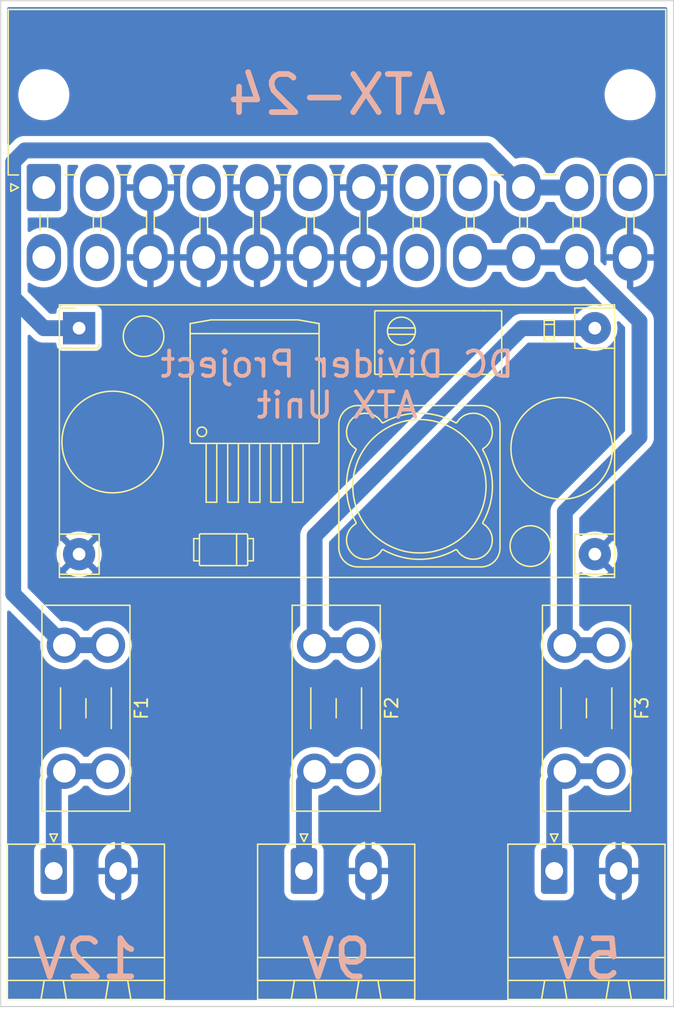
<source format=kicad_pcb>
(kicad_pcb (version 20211014) (generator pcbnew)
  (layers (0 "F.Cu" signal) (31 "B.Cu" signal) (34 "B.Paste" user) (35 "F.Paste" user) (36 "B.SilkS" user "B.Silkscreen") (37 "F.SilkS" user "F.Silkscreen") (38 "B.Mask" user) (39 "F.Mask" user) (44 "Edge.Cuts" user))
  (net 0 "")
  (net 2 "GND")
  (net 3 "+5V")
  (net 6 "+12V")
  (net 9 "+9V")
  (net 10 "Net-(J2-Pad1)")
  (net 11 "Net-(J3-Pad1)")
  (net 12 "Net-(J4-Pad1)")
  (footprint "Fuse:Fuseholder_Blade_Mini_Keystone_3568" (layer "F.Cu") (at 114.187 135.044875 -90)
    (fp_text reference "F1" (at 4.96 -2.67 90) (layer "F.SilkS"))
    (fp_text value "Fuse")
    (fp_line (start 13.06 -1.77) (end -3.14 -1.77) (layer "F.SilkS") (width 0.12))
    (fp_line (start -3.14 -1.77) (end -3.14 5.17) (layer "F.SilkS") (width 0.12))
    (fp_line (start 3.36 -0.3) (end 6.56 -0.3) (layer "F.SilkS") (width 0.12))
    (fp_line (start -3.14 5.17) (end 13.06 5.17) (layer "F.SilkS") (width 0.12))
    (fp_line (start 4.21 1.7) (end 5.71 1.7) (layer "F.SilkS") (width 0.12))
    (fp_line (start 13.06 5.17) (end 13.06 -1.77) (layer "F.SilkS") (width 0.12))
    (fp_line (start 6.56 3.7) (end 3.36 3.7) (layer "F.SilkS") (width 0.12))
    (pad "1" thru_hole circle (at 0 3.4 270) (size 2.78 2.78) (drill 1.78) (layers *.Cu *.Mask) (net 6 "+12V"))
    (pad "1" thru_hole circle (at 0 0 270) (size 2.78 2.78) (drill 1.78) (layers *.Cu *.Mask) (net 6 "+12V"))
    (pad "2" thru_hole circle (at 9.92 0 270) (size 2.78 2.78) (drill 1.78) (layers *.Cu *.Mask) (net 10 "Net-(J2-Pad1)"))
    (pad "2" thru_hole circle (at 9.92 3.4 270) (size 2.78 2.78) (drill 1.78) (layers *.Cu *.Mask) (net 10 "Net-(J2-Pad1)"))
  )
  (footprint "Connector_Phoenix_MSTB:PhoenixContact_MSTBA_2,5_2-G-5,08_1x02_P5.08mm_Horizontal" (layer "F.Cu") (at 149.387 152.8135)
    (fp_text reference "J4" hide)
    (fp_text value "Conn_01x02")
    (fp_line (start -0.75 8.61) (end -1 10.11) (layer "F.SilkS") (width 0.12))
    (fp_line (start 1 10.11) (end 0.75 8.61) (layer "F.SilkS") (width 0.12))
    (fp_line (start 0 -2.31) (end -0.3 -2.91) (layer "F.SilkS") (width 0.12))
    (fp_line (start -3.65 6.81) (end 8.73 6.81) (layer "F.SilkS") (width 0.12))
    (fp_line (start 8.73 10.11) (end 8.73 -2.11) (layer "F.SilkS") (width 0.12))
    (fp_line (start 8.73 6.81) (end 8.73 8.61) (layer "F.SilkS") (width 0.12))
    (fp_line (start -0.3 -2.91) (end 0.3 -2.91) (layer "F.SilkS") (width 0.12))
    (fp_line (start 4.33 8.61) (end 4.08 10.11) (layer "F.SilkS") (width 0.12))
    (fp_line (start -1 10.11) (end 1 10.11) (layer "F.SilkS") (width 0.12))
    (fp_line (start 6.08 10.11) (end 5.83 8.61) (layer "F.SilkS") (width 0.12))
    (fp_line (start 8.73 8.61) (end -3.65 8.61) (layer "F.SilkS") (width 0.12))
    (fp_line (start -3.65 8.61) (end -3.65 6.81) (layer "F.SilkS") (width 0.12))
    (fp_line (start 0.3 -2.91) (end 0 -2.31) (layer "F.SilkS") (width 0.12))
    (fp_line (start 0.75 8.61) (end -0.75 8.61) (layer "F.SilkS") (width 0.12))
    (fp_line (start 5.83 8.61) (end 4.33 8.61) (layer "F.SilkS") (width 0.12))
    (fp_line (start -3.65 -2.11) (end -3.65 10.11) (layer "F.SilkS") (width 0.12))
    (fp_line (start -3.65 10.11) (end 8.73 10.11) (layer "F.SilkS") (width 0.12))
    (fp_line (start 4.08 10.11) (end 6.08 10.11) (layer "F.SilkS") (width 0.12))
    (fp_line (start 8.73 -2.11) (end -3.65 -2.11) (layer "F.SilkS") (width 0.12))
    (pad "1" thru_hole roundrect (at 0 0) (size 2.08 3.6) (drill 1.4) (layers *.Cu *.Mask) (roundrect_rratio 0.1201918269) (net 12 "Net-(J4-Pad1)"))
    (pad "2" thru_hole oval (at 5.08 0) (size 2.08 3.6) (drill 1.4) (layers *.Cu *.Mask) (net 2 "GND"))
  )
  (footprint "Connector_Phoenix_MSTB:PhoenixContact_MSTBA_2,5_2-G-5,08_1x02_P5.08mm_Horizontal" (layer "F.Cu") (at 129.667 152.8135)
    (fp_text reference "J3" hide)
    (fp_text value "Conn_01x02")
    (fp_line (start 8.73 10.11) (end 8.73 -2.11) (layer "F.SilkS") (width 0.12))
    (fp_line (start 8.73 6.81) (end 8.73 8.61) (layer "F.SilkS") (width 0.12))
    (fp_line (start 1 10.11) (end 0.75 8.61) (layer "F.SilkS") (width 0.12))
    (fp_line (start 5.83 8.61) (end 4.33 8.61) (layer "F.SilkS") (width 0.12))
    (fp_line (start 0.75 8.61) (end -0.75 8.61) (layer "F.SilkS") (width 0.12))
    (fp_line (start 4.33 8.61) (end 4.08 10.11) (layer "F.SilkS") (width 0.12))
    (fp_line (start 6.08 10.11) (end 5.83 8.61) (layer "F.SilkS") (width 0.12))
    (fp_line (start 4.08 10.11) (end 6.08 10.11) (layer "F.SilkS") (width 0.12))
    (fp_line (start -3.65 8.61) (end -3.65 6.81) (layer "F.SilkS") (width 0.12))
    (fp_line (start -3.65 6.81) (end 8.73 6.81) (layer "F.SilkS") (width 0.12))
    (fp_line (start 0.3 -2.91) (end 0 -2.31) (layer "F.SilkS") (width 0.12))
    (fp_line (start -1 10.11) (end 1 10.11) (layer "F.SilkS") (width 0.12))
    (fp_line (start -3.65 -2.11) (end -3.65 10.11) (layer "F.SilkS") (width 0.12))
    (fp_line (start 8.73 8.61) (end -3.65 8.61) (layer "F.SilkS") (width 0.12))
    (fp_line (start -3.65 10.11) (end 8.73 10.11) (layer "F.SilkS") (width 0.12))
    (fp_line (start -0.75 8.61) (end -1 10.11) (layer "F.SilkS") (width 0.12))
    (fp_line (start 0 -2.31) (end -0.3 -2.91) (layer "F.SilkS") (width 0.12))
    (fp_line (start 8.73 -2.11) (end -3.65 -2.11) (layer "F.SilkS") (width 0.12))
    (fp_line (start -0.3 -2.91) (end 0.3 -2.91) (layer "F.SilkS") (width 0.12))
    (pad "1" thru_hole roundrect (at 0 0) (size 2.08 3.6) (drill 1.4) (layers *.Cu *.Mask) (roundrect_rratio 0.1201918269) (net 11 "Net-(J3-Pad1)"))
    (pad "2" thru_hole oval (at 5.08 0) (size 2.08 3.6) (drill 1.4) (layers *.Cu *.Mask) (net 2 "GND"))
  )
  (footprint "Connector_Molex:Molex_Mini-Fit_Jr_5569-24A2_2x12_P4.20mm_Horizontal" (layer "F.Cu") (at 109.1692 99.0346)
    (fp_text reference "J1" hide)
    (fp_text value "ATX-24")
    (fp_line (start -2.6 -0.3) (end -2 0) (layer "F.SilkS") (width 0.12))
    (fp_line (start 8.7 2.11) (end 8.7 3.39) (layer "F.SilkS") (width 0.12))
    (fp_line (start 0.3 2.11) (end 0.3 3.39) (layer "F.SilkS") (width 0.12))
    (fp_line (start 42.3 2.11) (end 42.3 3.39) (layer "F.SilkS") (width 0.12))
    (fp_line (start 39.41 -1) (end 40.39 -1) (layer "F.SilkS") (width 0.12))
    (fp_line (start 21.3 2.11) (end 21.3 3.39) (layer "F.SilkS") (width 0.12))
    (fp_line (start 22.61 -1) (end 23.59 -1) (layer "F.SilkS") (width 0.12))
    (fp_line (start 43.61 -1) (end 44.59 -1) (layer "F.SilkS") (width 0.12))
    (fp_line (start 49.01 -0.99) (end 49.01 -14.01) (layer "F.SilkS") (width 0.12))
    (fp_line (start 48.2 -0.99) (end 49.01 -0.99) (layer "F.SilkS") (width 0.12))
    (fp_line (start -0.3 2.11) (end -0.3 3.39) (layer "F.SilkS") (width 0.12))
    (fp_line (start 20.7 2.11) (end 20.7 3.39) (layer "F.SilkS") (width 0.12))
    (fp_line (start 38.1 2.11) (end 38.1 3.39) (layer "F.SilkS") (width 0.12))
    (fp_line (start 8.1 2.11) (end 8.1 3.39) (layer "F.SilkS") (width 0.12))
    (fp_line (start 1.61 -1) (end 2.59 -1) (layer "F.SilkS") (width 0.12))
    (fp_line (start 12.3 2.11) (end 12.3 3.39) (layer "F.SilkS") (width 0.12))
    (fp_line (start 33.3 2.11) (end 33.3 3.39) (layer "F.SilkS") (width 0.12))
    (fp_line (start 35.21 -1) (end 36.19 -1) (layer "F.SilkS") (width 0.12))
    (fp_line (start 14.21 -1) (end 15.19 -1) (layer "F.SilkS") (width 0.12))
    (fp_line (start 3.9 2.11) (end 3.9 3.39) (layer "F.SilkS") (width 0.12))
    (fp_line (start 18.41 -1) (end 19.39 -1) (layer "F.SilkS") (width 0.12))
    (fp_line (start 33.9 2.11) (end 33.9 3.39) (layer "F.SilkS") (width 0.12))
    (fp_line (start -2.81 -0.99) (end -2.81 -14.01) (layer "F.SilkS") (width 0.12))
    (fp_line (start 41.7 2.11) (end 41.7 3.39) (layer "F.SilkS") (width 0.12))
    (fp_line (start 29.1 2.11) (end 29.1 3.39) (layer "F.SilkS") (width 0.12))
    (fp_line (start -2.81 -14.01) (end 23.1 -14.01) (layer "F.SilkS") (width 0.12))
    (fp_line (start 25.5 2.11) (end 25.5 3.39) (layer "F.SilkS") (width 0.12))
    (fp_line (start -2 0) (end -2.6 0.3) (layer "F.SilkS") (width 0.12))
    (fp_line (start 17.1 2.11) (end 17.1 3.39) (layer "F.SilkS") (width 0.12))
    (fp_line (start 45.9 2.11) (end 45.9 3.39) (layer "F.SilkS") (width 0.12))
    (fp_line (start 26.81 -1) (end 27.79 -1) (layer "F.SilkS") (width 0.12))
    (fp_line (start -2.6 0.3) (end -2.6 -0.3) (layer "F.SilkS") (width 0.12))
    (fp_line (start 16.5 2.11) (end 16.5 3.39) (layer "F.SilkS") (width 0.12))
    (fp_line (start 10.01 -1) (end 10.99 -1) (layer "F.SilkS") (width 0.12))
    (fp_line (start 46.5 2.11) (end 46.5 3.39) (layer "F.SilkS") (width 0.12))
    (fp_line (start 29.7 2.11) (end 29.7 3.39) (layer "F.SilkS") (width 0.12))
    (fp_line (start 31.01 -1) (end 31.99 -1) (layer "F.SilkS") (width 0.12))
    (fp_line (start 5.81 -1) (end 6.79 -1) (layer "F.SilkS") (width 0.12))
    (fp_line (start 12.9 2.11) (end 12.9 3.39) (layer "F.SilkS") (width 0.12))
    (fp_line (start 4.5 2.11) (end 4.5 3.39) (layer "F.SilkS") (width 0.12))
    (fp_line (start 24.9 2.11) (end 24.9 3.39) (layer "F.SilkS") (width 0.12))
    (fp_line (start 49.01 -14.01) (end 23.1 -14.01) (layer "F.SilkS") (width 0.12))
    (fp_line (start -2 -0.99) (end -2.81 -0.99) (layer "F.SilkS") (width 0.12))
    (fp_line (start 37.5 2.11) (end 37.5 3.39) (layer "F.SilkS") (width 0.12))
    (pad "" np_thru_hole circle (at 0 -7.3) (size 3 3) (drill 3) (layers *.Cu *.Mask))
    (pad "" np_thru_hole circle (at 46.2 -7.3) (size 3 3) (drill 3) (layers *.Cu *.Mask))
    (pad "1" thru_hole roundrect (at 0 0) (size 2.7 3.7) (drill 1.8) (layers *.Cu *.Mask) (roundrect_rratio 0.09259296296))
    (pad "2" thru_hole oval (at 4.2 0) (size 2.7 3.7) (drill 1.8) (layers *.Cu *.Mask))
    (pad "3" thru_hole oval (at 8.4 0) (size 2.7 3.7) (drill 1.8) (layers *.Cu *.Mask) (net 2 "GND"))
    (pad "4" thru_hole oval (at 12.6 0) (size 2.7 3.7) (drill 1.8) (layers *.Cu *.Mask) (net 3 "+5V"))
    (pad "5" thru_hole oval (at 16.8 0) (size 2.7 3.7) (drill 1.8) (layers *.Cu *.Mask) (net 2 "GND"))
    (pad "6" thru_hole oval (at 21 0) (size 2.7 3.7) (drill 1.8) (layers *.Cu *.Mask) (net 3 "+5V"))
    (pad "7" thru_hole oval (at 25.2 0) (size 2.7 3.7) (drill 1.8) (layers *.Cu *.Mask) (net 2 "GND"))
    (pad "8" thru_hole oval (at 29.4 0) (size 2.7 3.7) (drill 1.8) (layers *.Cu *.Mask))
    (pad "9" thru_hole oval (at 33.6 0) (size 2.7 3.7) (drill 1.8) (layers *.Cu *.Mask))
    (pad "10" thru_hole oval (at 37.8 0) (size 2.7 3.7) (drill 1.8) (layers *.Cu *.Mask) (net 6 "+12V"))
    (pad "11" thru_hole oval (at 42 0) (size 2.7 3.7) (drill 1.8) (layers *.Cu *.Mask) (net 6 "+12V"))
    (pad "12" thru_hole oval (at 46.2 0) (size 2.7 3.7) (drill 1.8) (layers *.Cu *.Mask))
    (pad "13" thru_hole oval (at 0 5.5) (size 2.7 3.7) (drill 1.8) (layers *.Cu *.Mask))
    (pad "14" thru_hole oval (at 4.2 5.5) (size 2.7 3.7) (drill 1.8) (layers *.Cu *.Mask))
    (pad "15" thru_hole oval (at 8.4 5.5) (size 2.7 3.7) (drill 1.8) (layers *.Cu *.Mask) (net 2 "GND"))
    (pad "16" thru_hole oval (at 12.6 5.5) (size 2.7 3.7) (drill 1.8) (layers *.Cu *.Mask) (net 2 "GND"))
    (pad "17" thru_hole oval (at 16.8 5.5) (size 2.7 3.7) (drill 1.8) (layers *.Cu *.Mask) (net 2 "GND"))
    (pad "18" thru_hole oval (at 21 5.5) (size 2.7 3.7) (drill 1.8) (layers *.Cu *.Mask) (net 2 "GND"))
    (pad "19" thru_hole oval (at 25.2 5.5) (size 2.7 3.7) (drill 1.8) (layers *.Cu *.Mask) (net 2 "GND"))
    (pad "20" thru_hole oval (at 29.4 5.5) (size 2.7 3.7) (drill 1.8) (layers *.Cu *.Mask))
    (pad "21" thru_hole oval (at 33.6 5.5) (size 2.7 3.7) (drill 1.8) (layers *.Cu *.Mask) (net 3 "+5V"))
    (pad "22" thru_hole oval (at 37.8 5.5) (size 2.7 3.7) (drill 1.8) (layers *.Cu *.Mask) (net 3 "+5V"))
    (pad "23" thru_hole oval (at 42 5.5) (size 2.7 3.7) (drill 1.8) (layers *.Cu *.Mask) (net 3 "+5V"))
    (pad "24" thru_hole oval (at 46.2 5.5) (size 2.7 3.7) (drill 1.8) (layers *.Cu *.Mask) (net 2 "GND"))
  )
  (footprint "Fuse:Fuseholder_Blade_Mini_Keystone_3568" (layer "F.Cu") (at 133.907 135.044875 -90)
    (fp_text reference "F2" (at 4.96 -2.67 90) (layer "F.SilkS"))
    (fp_text value "Fuse")
    (fp_line (start -3.14 5.17) (end 13.06 5.17) (layer "F.SilkS") (width 0.12))
    (fp_line (start 4.21 1.7) (end 5.71 1.7) (layer "F.SilkS") (width 0.12))
    (fp_line (start 13.06 5.17) (end 13.06 -1.77) (layer "F.SilkS") (width 0.12))
    (fp_line (start 6.56 3.7) (end 3.36 3.7) (layer "F.SilkS") (width 0.12))
    (fp_line (start 3.36 -0.3) (end 6.56 -0.3) (layer "F.SilkS") (width 0.12))
    (fp_line (start -3.14 -1.77) (end -3.14 5.17) (layer "F.SilkS") (width 0.12))
    (fp_line (start 13.06 -1.77) (end -3.14 -1.77) (layer "F.SilkS") (width 0.12))
    (pad "1" thru_hole circle (at 0 3.4 270) (size 2.78 2.78) (drill 1.78) (layers *.Cu *.Mask) (net 9 "+9V"))
    (pad "1" thru_hole circle (at 0 0 270) (size 2.78 2.78) (drill 1.78) (layers *.Cu *.Mask) (net 9 "+9V"))
    (pad "2" thru_hole circle (at 9.92 3.4 270) (size 2.78 2.78) (drill 1.78) (layers *.Cu *.Mask) (net 11 "Net-(J3-Pad1)"))
    (pad "2" thru_hole circle (at 9.92 0 270) (size 2.78 2.78) (drill 1.78) (layers *.Cu *.Mask) (net 11 "Net-(J3-Pad1)"))
  )
  (footprint "LM2596 module:YAAJ_DCDC_StepDown_LM2596" (layer "F.Cu") (at 111.9492 110.10125)
    (fp_text reference "U1" hide)
    (fp_text value "YAAJ_DCDC_StepDown_LM2596")
    (fp_line (start 20.467397 7.585796) (end 20.467397 17.285796) (layer "F.SilkS") (width 0.12))
    (fp_line (start 13.731636 16.558217) (end 13.731636 18.308217) (layer "F.SilkS") (width 0.12))
    (fp_line (start 9.481636 18.308217) (end 9.031636 18.308217) (layer "F.SilkS") (width 0.12))
    (fp_line (start 11.710233 13.69667) (end 11.710233 9.06667) (layer "F.SilkS") (width 0.12))
    (fp_line (start 1.58 1.27) (end 1.58 1.58) (layer "F.SilkS") (width 0.12))
    (fp_line (start 18.83267 9.06667) (end 18.910233 8.989106) (layer "F.SilkS") (width 0.12))
    (fp_line (start 21.967397 18.785796) (end 31.667397 18.785796) (layer "F.SilkS") (width 0.12))
    (fp_line (start 24.360553 0.482294) (end 26.439014 0.482294) (layer "F.SilkS") (width 0.12))
    (fp_line (start 14.250233 13.69667) (end 14.250233 9.06667) (layer "F.SilkS") (width 0.12))
    (fp_line (start 15.110233 13.69667) (end 15.110233 9.06667) (layer "F.SilkS") (width 0.12))
    (fp_line (start 24.348594 0.007294) (end 24.355764 -0.023925) (layer "F.SilkS") (width 0.12))
    (fp_line (start 11.710233 13.69667) (end 12.550233 13.69667) (layer "F.SilkS") (width 0.12))
    (fp_line (start 42.195 -1.835) (end -1.555 -1.835) (layer "F.SilkS") (width 0.12))
    (fp_line (start 8.749233 1.004149) (end 8.749233 1.165687) (layer "F.SilkS") (width 0.12))
    (fp_line (start 36.648681 0.980295) (end 36.648681 -0.619704) (layer "F.SilkS") (width 0.12))
    (fp_line (start 39.06 1.58) (end 42.22 1.58) (layer "F.SilkS") (width 0.12))
    (fp_line (start 8.750233 8.989106) (end 8.827797 9.06667) (layer "F.SilkS") (width 0.12))
    (fp_line (start 18.910233 0.42667) (end 8.750233 0.42667) (layer "F.SilkS") (width 0.12))
    (fp_line (start -1.55 19.36) (end 1.58 19.36) (layer "F.SilkS") (width 0.12))
    (fp_line (start 31.858978 -1.368705) (end 31.814106 -1.368705) (layer "F.SilkS") (width 0.12))
    (fp_line (start 24.348594 0.007294) (end 24.324147 0.002062) (layer "F.SilkS") (width 0.12))
    (fp_line (start 16.810233 13.69667) (end 17.650233 13.69667) (layer "F.SilkS") (width 0.12))
    (fp_line (start 37.448681 0.660295) (end 36.648681 0.660295) (layer "F.SilkS") (width 0.12))
    (fp_line (start 24.336385 -0.0491) (end 24.360553 -0.017705) (layer "F.SilkS") (width 0.12))
    (fp_line (start 9.031636 18.308217) (end 9.031636 16.558217) (layer "F.SilkS") (width 0.12))
    (fp_line (start 12.550233 13.69667) (end 12.550233 9.06667) (layer "F.SilkS") (width 0.12))
    (fp_line (start 31.942312 -1.368705) (end 31.908357 -1.368705) (layer "F.SilkS") (width 0.12))
    (fp_line (start 1.58 16.2) (end 1.58 19.36) (layer "F.SilkS") (width 0.12))
    (fp_line (start 18.910233 8.989106) (end 18.910233 -0.36239) (layer "F.SilkS") (width 0.12))
    (fp_line (start 42.195 19.615) (end 42.195 -1.835) (layer "F.SilkS") (width 0.12))
    (fp_line (start 17.260233 -0.653329) (end 18.910233 -0.36239) (layer "F.SilkS") (width 0.12))
    (fp_line (start -1.555 -1.835) (end -1.555 19.615) (layer "F.SilkS") (width 0.12))
    (fp_line (start 9.031636 16.558217) (end 9.481636 16.558217) (layer "F.SilkS") (width 0.12))
    (fp_line (start 37.448681 -0.619704) (end 36.648681 -0.619704) (layer "F.SilkS") (width 0.12))
    (fp_line (start 39.06 16.2) (end 42.175 16.2) (layer "F.SilkS") (width 0.12))
    (fp_line (start 33.249783 3.632294) (end 23.349783 3.632294) (layer "F.SilkS") (width 0.12))
    (fp_line (start 9.581636 16.183217) (end 13.181636 16.183217) (layer "F.SilkS") (width 0.12))
    (fp_line (start 39.06 -1.58) (end 42.175 -1.58) (layer "F.SilkS") (width 0.12))
    (fp_line (start -1.55 1.575) (end 1.58 1.58) (layer "F.SilkS") (width 0.12))
    (fp_line (start 15.950233 13.69667) (end 15.950233 9.06667) (layer "F.SilkS") (width 0.12))
    (fp_line (start 13.181636 18.683217) (end 9.581636 18.683217) (layer "F.SilkS") (width 0.12))
    (fp_line (start 15.110233 13.69667) (end 15.950233 13.69667) (layer "F.SilkS") (width 0.12))
    (fp_line (start 33.299783 -1.317705) (end 33.299783 3.582294) (layer "F.SilkS") (width 0.12))
    (fp_line (start 8.750233 8.989106) (end 8.750233 -0.36239) (layer "F.SilkS") (width 0.12))
    (fp_line (start 33.167397 17.285796) (end 33.167397 7.585796) (layer "F.SilkS") (width 0.12))
    (fp_line (start 39.06 1.58) (end 39.06 -1.58) (layer "F.SilkS") (width 0.12))
    (fp_line (start 37.448681 -0.619704) (end 37.448681 0.980295) (layer "F.SilkS") (width 0.12))
    (fp_line (start 13.281636 16.283217) (end 13.281636 18.583217) (layer "F.SilkS") (width 0.12))
    (fp_line (start 39.06 19.36) (end 39.06 16.2) (layer "F.SilkS") (width 0.12))
    (fp_line (start 10.850233 13.69667) (end 10.850233 9.06667) (layer "F.SilkS") (width 0.12))
    (fp_line (start -1.55 -1.58) (end -0.25 -1.58) (layer "F.SilkS") (width 0.12))
    (fp_line (start -1.555 19.615) (end 42.195 19.615) (layer "F.SilkS") (width 0.12))
    (fp_line (start 37.448681 0.980295) (end 36.648681 0.980295) (layer "F.SilkS") (width 0.12))
    (fp_line (start 13.281636 16.558217) (end 13.731636 16.558217) (layer "F.SilkS") (width 0.12))
    (fp_line (start 8.750233 -0.36239) (end 10.400233 -0.653329) (layer "F.SilkS") (width 0.12))
    (fp_line (start 10.400233 -0.653329) (end 17.260233 -0.653329) (layer "F.SilkS") (width 0.12))
    (fp_line (start 23.349783 -1.367705) (end 33.249783 -1.367705) (layer "F.SilkS") (width 0.12))
    (fp_line (start 31.667397 6.085796) (end 21.967397 6.085796) (layer "F.SilkS") (width 0.12))
    (fp_line (start 12.411358 16.283217) (end 12.411358 18.583217) (layer "F.SilkS") (width 0.12))
    (fp_line (start 26.439014 -0.017705) (end 24.360553 -0.017705) (layer "F.SilkS") (width 0.12))
    (fp_line (start 13.282636 16.794696) (end 13.282636 16.700144) (layer "F.SilkS") (width 0.12))
    (fp_line (start 23.299783 3.582294) (end 23.299783 -1.317705) (layer "F.SilkS") (width 0.12))
    (fp_line (start 10.010233 13.69667) (end 10.010233 9.06667) (layer "F.SilkS") (width 0.12))
    (fp_line (start 36.648681 -0.299704) (end 37.448681 -0.299704) (layer "F.SilkS") (width 0.12))
    (fp_line (start 8.827797 9.06667) (end 18.83267 9.06667) (layer "F.SilkS") (width 0.12))
    (fp_line (start 24.348594 0.007294) (end 24.360553 -0.017705) (layer "F.SilkS") (width 0.12))
    (fp_line (start 13.410233 13.69667) (end 13.410233 9.06667) (layer "F.SilkS") (width 0.12))
    (fp_line (start -1.55 16.2) (end 1.58 16.2) (layer "F.SilkS") (width 0.12))
    (fp_line (start 10.010233 13.69667) (end 10.850233 13.69667) (layer "F.SilkS") (width 0.12))
    (fp_line (start 17.650233 13.69667) (end 17.650233 9.06667) (layer "F.SilkS") (width 0.12))
    (fp_line (start 16.810233 13.69667) (end 16.810233 9.06667) (layer "F.SilkS") (width 0.12))
    (fp_line (start 13.731636 18.308217) (end 13.281636 18.308217) (layer "F.SilkS") (width 0.12))
    (fp_line (start 9.481636 18.583217) (end 9.481636 16.283217) (layer "F.SilkS") (width 0.12))
    (fp_line (start 39.06 19.36) (end 42.175 19.36) (layer "F.SilkS") (width 0.12))
    (fp_line (start 13.410233 13.69667) (end 14.250233 13.69667) (layer "F.SilkS") (width 0.12))
    (fp_arc (start 9.481636 16.283217) (mid 9.510921 16.212508) (end 9.581636 16.183217) (layer "F.SilkS") (width 0.12))
    (fp_arc (start 31.667397 6.085796) (mid 32.728061 6.525135) (end 33.167397 7.585796) (layer "F.SilkS") (width 0.12))
    (fp_arc (start 33.299783 3.582294) (mid 33.285139 3.617647) (end 33.249783 3.632294) (layer "F.SilkS") (width 0.12))
    (fp_arc (start 9.581636 18.683217) (mid 9.510896 18.653941) (end 9.481636 18.583217) (layer "F.SilkS") (width 0.12))
    (fp_arc (start 23.981784 7.433617) (mid 26.817398 6.685796) (end 29.653011 7.433617) (layer "F.SilkS") (width 0.12))
    (fp_arc (start 31.853663 15.405583) (mid 31.809646 15.345344) (end 31.819576 15.27141) (layer "F.SilkS") (width 0.12))
    (fp_arc (start 29.653011 17.437976) (mid 29.726938 17.428069) (end 29.787183 17.472062) (layer "F.SilkS") (width 0.12))
    (fp_arc (start 31.819576 9.600183) (mid 32.567399 12.435797) (end 31.819576 15.27141) (layer "F.SilkS") (width 0.12))
    (fp_arc (start 23.981783 7.433617) (mid 23.907854 7.443509) (end 23.847611 7.399531) (layer "F.SilkS") (width 0.12))
    (fp_arc (start 31.853662 15.405582) (mid 32.120701 17.739101) (end 29.787183 17.472062) (layer "F.SilkS") (width 0.12))
    (fp_arc (start 21.815218 15.27141) (mid 21.067399 12.435797) (end 21.815218 9.600183) (layer "F.SilkS") (width 0.12))
    (fp_arc (start 23.349783 3.632294) (mid 23.314441 3.617643) (end 23.299783 3.582294) (layer "F.SilkS") (width 0.12))
    (fp_arc (start 29.787183 7.399531) (mid 29.726945 7.443551) (end 29.653011 7.433617) (layer "F.SilkS") (width 0.12))
    (fp_arc (start 21.815217 15.271409) (mid 21.825126 15.345337) (end 21.781132 15.405582) (layer "F.SilkS") (width 0.12))
    (fp_arc (start 23.847611 17.472062) (mid 23.907831 17.428018) (end 23.981783 17.437976) (layer "F.SilkS") (width 0.12))
    (fp_arc (start 23.847611 17.472062) (mid 21.514153 17.739048) (end 21.781132 15.405582) (layer "F.SilkS") (width 0.12))
    (fp_arc (start 33.167397 17.285796) (mid 32.728058 18.346458) (end 31.667397 18.785796) (layer "F.SilkS") (width 0.12))
    (fp_arc (start 31.819577 9.600184) (mid 31.809685 9.526255) (end 31.853662 9.466011) (layer "F.SilkS") (width 0.12))
    (fp_arc (start 13.181636 16.183217) (mid 13.252317 16.21252) (end 13.281636 16.283217) (layer "F.SilkS") (width 0.12))
    (fp_arc (start 33.249783 -1.367705) (mid 33.285151 -1.353067) (end 33.299783 -1.317705) (layer "F.SilkS") (width 0.12))
    (fp_arc (start 21.781132 9.466011) (mid 21.514101 7.132501) (end 23.847611 7.399531) (layer "F.SilkS") (width 0.12))
    (fp_arc (start 20.467397 7.585796) (mid 20.906738 6.525137) (end 21.967397 6.085796) (layer "F.SilkS") (width 0.12))
    (fp_arc (start 23.299783 -1.317705) (mid 23.314428 -1.353063) (end 23.349783 -1.367705) (layer "F.SilkS") (width 0.12))
    (fp_arc (start 29.787183 7.399531) (mid 32.120655 7.132547) (end 31.853662 9.466011) (layer "F.SilkS") (width 0.12))
    (fp_arc (start 21.967397 18.785796) (mid 20.90674 18.346455) (end 20.467397 17.285796) (layer "F.SilkS") (width 0.12))
    (fp_arc (start 29.653011 17.437976) (mid 26.817397 18.185797) (end 23.981783 17.437976) (layer "F.SilkS") (width 0.12))
    (fp_arc (start 21.781131 9.46601) (mid 21.825179 9.52623) (end 21.815218 9.600183) (layer "F.SilkS") (width 0.12))
    (fp_arc (start 13.281636 18.583217) (mid 13.252343 18.653929) (end 13.181636 18.683217) (layer "F.SilkS") (width 0.12))
    (fp_arc (start 24.324148 0.462527) (mid 26.469639 -0.023582) (end 24.336385 0.51369) (layer "F.SilkS") (width 0.12))
    (fp_circle (center 35.56 17.145) (end 37.159 17.145) (layer "F.SilkS") (width 0.12) (fill none))
    (fp_circle (center 5.08 0.635) (end 6.678999 0.635) (layer "F.SilkS") (width 0.12) (fill none))
    (fp_circle (center 38.029307 9.455206) (end 42.029307 9.455206) (layer "F.SilkS") (width 0.12) (fill none))
    (fp_circle (center 26.817397 12.435796) (end 32.067397 12.435796) (layer "F.SilkS") (width 0.12) (fill none))
    (fp_circle (center 9.673179 8.154594) (end 10.048179 8.154594) (layer "F.SilkS") (width 0.12) (fill none))
    (fp_circle (center 2.646666 8.957418) (end 6.646666 8.957418) (layer "F.SilkS") (width 0.12) (fill none))
    (pad "1" thru_hole rect locked (at 0 0) (size 2.54 2.54) (drill 1) (layers *.Cu *.Mask) (net 6 "+12V"))
    (pad "2" thru_hole circle locked (at 0 17.78) (size 2.54 2.54) (drill 1) (layers *.Cu *.Mask) (net 2 "GND"))
    (pad "3" thru_hole circle locked (at 40.64 17.78) (size 2.54 2.54) (drill 1) (layers *.Cu *.Mask) (net 2 "GND"))
    (pad "4" thru_hole circle locked (at 40.64 0) (size 2.54 2.54) (drill 1) (layers *.Cu *.Mask) (net 9 "+9V"))
  )
  (footprint "Connector_Phoenix_MSTB:PhoenixContact_MSTBA_2,5_2-G-5,08_1x02_P5.08mm_Horizontal" (layer "F.Cu") (at 109.947 152.8135)
    (fp_text reference "J2" hide)
    (fp_text value "Conn_01x02")
    (fp_line (start -3.65 8.61) (end -3.65 6.81) (layer "F.SilkS") (width 0.12))
    (fp_line (start 8.73 8.61) (end -3.65 8.61) (layer "F.SilkS") (width 0.12))
    (fp_line (start 8.73 10.11) (end 8.73 -2.11) (layer "F.SilkS") (width 0.12))
    (fp_line (start -1 10.11) (end 1 10.11) (layer "F.SilkS") (width 0.12))
    (fp_line (start 6.08 10.11) (end 5.83 8.61) (layer "F.SilkS") (width 0.12))
    (fp_line (start -3.65 -2.11) (end -3.65 10.11) (layer "F.SilkS") (width 0.12))
    (fp_line (start -3.65 10.11) (end 8.73 10.11) (layer "F.SilkS") (width 0.12))
    (fp_line (start 8.73 -2.11) (end -3.65 -2.11) (layer "F.SilkS") (width 0.12))
    (fp_line (start 5.83 8.61) (end 4.33 8.61) (layer "F.SilkS") (width 0.12))
    (fp_line (start 4.08 10.11) (end 6.08 10.11) (layer "F.SilkS") (width 0.12))
    (fp_line (start 0.75 8.61) (end -0.75 8.61) (layer "F.SilkS") (width 0.12))
    (fp_line (start 0.3 -2.91) (end 0 -2.31) (layer "F.SilkS") (width 0.12))
    (fp_line (start -3.65 6.81) (end 8.73 6.81) (layer "F.SilkS") (width 0.12))
    (fp_line (start 8.73 6.81) (end 8.73 8.61) (layer "F.SilkS") (width 0.12))
    (fp_line (start -0.75 8.61) (end -1 10.11) (layer "F.SilkS") (width 0.12))
    (fp_line (start 4.33 8.61) (end 4.08 10.11) (layer "F.SilkS") (width 0.12))
    (fp_line (start 1 10.11) (end 0.75 8.61) (layer "F.SilkS") (width 0.12))
    (fp_line (start -0.3 -2.91) (end 0.3 -2.91) (layer "F.SilkS") (width 0.12))
    (fp_line (start 0 -2.31) (end -0.3 -2.91) (layer "F.SilkS") (width 0.12))
    (pad "1" thru_hole roundrect (at 0 0) (size 2.08 3.6) (drill 1.4) (layers *.Cu *.Mask) (roundrect_rratio 0.1201918269) (net 10 "Net-(J2-Pad1)"))
    (pad "2" thru_hole oval (at 5.08 0) (size 2.08 3.6) (drill 1.4) (layers *.Cu *.Mask) (net 2 "GND"))
  )
  (footprint "Fuse:Fuseholder_Blade_Mini_Keystone_3568" (layer "F.Cu") (at 153.627 135.044875 -90)
    (fp_text reference "F3" (at 4.96 -2.67 90) (layer "F.SilkS"))
    (fp_text value "Fuse")
    (fp_line (start -3.14 5.17) (end 13.06 5.17) (layer "F.SilkS") (width 0.12))
    (fp_line (start 6.56 3.7) (end 3.36 3.7) (layer "F.SilkS") (width 0.12))
    (fp_line (start 3.36 -0.3) (end 6.56 -0.3) (layer "F.SilkS") (width 0.12))
    (fp_line (start 13.06 5.17) (end 13.06 -1.77) (layer "F.SilkS") (width 0.12))
    (fp_line (start 13.06 -1.77) (end -3.14 -1.77) (layer "F.SilkS") (width 0.12))
    (fp_line (start 4.21 1.7) (end 5.71 1.7) (layer "F.SilkS") (width 0.12))
    (fp_line (start -3.14 -1.77) (end -3.14 5.17) (layer "F.SilkS") (width 0.12))
    (pad "1" thru_hole circle (at 0 0 270) (size 2.78 2.78) (drill 1.78) (layers *.Cu *.Mask) (net 3 "+5V"))
    (pad "1" thru_hole circle (at 0 3.4 270) (size 2.78 2.78) (drill 1.78) (layers *.Cu *.Mask) (net 3 "+5V"))
    (pad "2" thru_hole circle (at 9.92 0 270) (size 2.78 2.78) (drill 1.78) (layers *.Cu *.Mask) (net 12 "Net-(J4-Pad1)"))
    (pad "2" thru_hole circle (at 9.92 3.4 270) (size 2.78 2.78) (drill 1.78) (layers *.Cu *.Mask) (net 12 "Net-(J4-Pad1)"))
  )
  (gr_rect (start 105.7656 84.328) (end 158.8008 163.4744) (layer "Edge.Cuts") (width 0.1) (fill none))
  (gr_text "12V" (at 112.487 159.7406) (layer "B.SilkS") (effects (font (size 3 3) (thickness 0.45)) (justify mirror)))
  (gr_text "DC Divider Project\nATX Unit" (at 132.2832 114.554) (layer "B.SilkS") (effects (font (size 2 2) (thickness 0.3)) (justify mirror)))
  (gr_text "5V" (at 151.927 159.7406) (layer "B.SilkS") (effects (font (size 3 3) (thickness 0.45)) (justify mirror)))
  (gr_text "ATX-24" (at 132.2692 91.7346) (layer "B.SilkS") (effects (font (size 3 3) (thickness 0.45)) (justify mirror)))
  (gr_text "9V" (at 132.207 159.7406) (layer "B.SilkS") (effects (font (size 3 3) (thickness 0.45)) (justify mirror)))
  (segment (start 151.1692 104.5346) (end 151.1692 104.611) (width 1.25) (layer "B.Cu") (net 3))
  (segment (start 150.227 124.5502) (end 150.227 135.044875) (width 1.25) (layer "B.Cu") (net 3))
  (segment (start 156.1084 118.6688) (end 150.227 124.5502) (width 1.25) (layer "B.Cu") (net 3))
  (segment (start 151.1692 104.611) (end 156.1084 109.5502) (width 1.25) (layer "B.Cu") (net 3))
  (segment (start 142.7692 104.5346) (end 146.9692 104.5346) (width 1.25) (layer "B.Cu") (net 3))
  (segment (start 146.9692 104.5346) (end 151.1692 104.5346) (width 1.25) (layer "B.Cu") (net 3))
  (segment (start 150.227 135.044875) (end 153.627 135.044875) (width 1.25) (layer "B.Cu") (net 3))
  (segment (start 156.1084 109.5502) (end 156.1084 118.6688) (width 1.25) (layer "B.Cu") (net 3))
  (segment (start 106.7562 107.696) (end 106.8832 107.823) (width 1.25) (layer "B.Cu") (net 6))
  (segment (start 106.7562 97.028) (end 106.7562 107.696) (width 1.25) (layer "B.Cu") (net 6))
  (segment (start 110.787 135.044875) (end 114.187 135.044875) (width 1.25) (layer "B.Cu") (net 6))
  (segment (start 146.9692 99.0346) (end 144.0482 96.1136) (width 1.25) (layer "B.Cu") (net 6))
  (segment (start 107.6706 96.1136) (end 106.7562 97.028) (width 1.25) (layer "B.Cu") (net 6))
  (segment (start 106.8832 107.823) (end 106.7562 107.95) (width 1.25) (layer "B.Cu") (net 6))
  (segment (start 106.7562 131.014075) (end 110.787 135.044875) (width 1.25) (layer "B.Cu") (net 6))
  (segment (start 151.1692 99.0346) (end 146.9692 99.0346) (width 1.25) (layer "B.Cu") (net 6))
  (segment (start 111.9492 110.10125) (end 109.16145 110.10125) (width 1.25) (layer "B.Cu") (net 6))
  (segment (start 106.7562 107.95) (end 106.7562 131.014075) (width 1.25) (layer "B.Cu") (net 6))
  (segment (start 144.0482 96.1136) (end 107.6706 96.1136) (width 1.25) (layer "B.Cu") (net 6))
  (segment (start 109.16145 110.10125) (end 106.8832 107.823) (width 1.25) (layer "B.Cu") (net 6))
  (segment (start 152.5892 110.10125) (end 146.84515 110.10125) (width 1.25) (layer "B.Cu") (net 9))
  (segment (start 130.507 126.4394) (end 130.507 135.044875) (width 1.25) (layer "B.Cu") (net 9))
  (segment (start 130.507 135.044875) (end 133.907 135.044875) (width 1.25) (layer "B.Cu") (net 9))
  (segment (start 146.84515 110.10125) (end 130.507 126.4394) (width 1.25) (layer "B.Cu") (net 9))
  (segment (start 114.187 144.964875) (end 110.787 144.964875) (width 1.25) (layer "B.Cu") (net 10))
  (segment (start 109.947 145.804875) (end 110.787 144.964875) (width 1.25) (layer "B.Cu") (net 10))
  (segment (start 109.947 152.8135) (end 109.947 145.804875) (width 1.25) (layer "B.Cu") (net 10))
  (segment (start 129.667 145.804875) (end 130.507 144.964875) (width 1.25) (layer "B.Cu") (net 11))
  (segment (start 129.667 152.8135) (end 129.667 145.804875) (width 1.25) (layer "B.Cu") (net 11))
  (segment (start 133.907 144.964875) (end 130.507 144.964875) (width 1.25) (layer "B.Cu") (net 11))
  (segment (start 153.627 144.964875) (end 150.227 144.964875) (width 1.25) (layer "B.Cu") (net 12))
  (segment (start 149.387 145.804875) (end 150.227 144.964875) (width 1.25) (layer "B.Cu") (net 12))
  (segment (start 149.387 152.8135) (end 149.387 145.804875) (width 1.25) (layer "B.Cu") (net 12))
  (zone (net 2) (net_name "GND") (layer "B.Cu") (connect_pads (clearance 0.508)) (min_thickness 0.254) (fill yes (thermal_gap 0.508) (thermal_bridge_width 0.508))
    (polygon (pts (xy 105.7656 84.328) (xy 158.8008 84.328) (xy 158.8008 163.4744) (xy 105.7656 163.4744)))
  )
)
</source>
